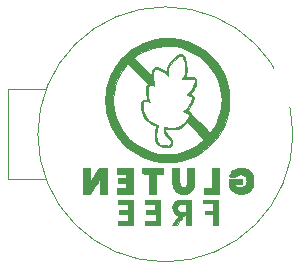
<source format=gbo>
G04 #@! TF.GenerationSoftware,KiCad,Pcbnew,5.1.6*
G04 #@! TF.CreationDate,2021-12-18T09:42:17+01:00*
G04 #@! TF.ProjectId,co2_blep,636f325f-626c-4657-902e-6b696361645f,rev?*
G04 #@! TF.SameCoordinates,Original*
G04 #@! TF.FileFunction,Legend,Bot*
G04 #@! TF.FilePolarity,Positive*
%FSLAX46Y46*%
G04 Gerber Fmt 4.6, Leading zero omitted, Abs format (unit mm)*
G04 Created by KiCad (PCBNEW 5.1.6) date 2021-12-18 09:42:17*
%MOMM*%
%LPD*%
G01*
G04 APERTURE LIST*
%ADD10C,0.010000*%
%ADD11C,0.120000*%
%ADD12C,0.900000*%
%ADD13O,1.700000X1.700000*%
%ADD14C,1.700000*%
%ADD15O,1.800000X1.800000*%
%ADD16R,1.800000X1.800000*%
%ADD17R,1.400000X1.400000*%
%ADD18C,1.400000*%
%ADD19C,3.600000*%
%ADD20C,1.801800*%
%ADD21R,1.801800X1.624000*%
%ADD22R,1.801800X1.801800*%
%ADD23O,1.500000X1.500000*%
%ADD24C,1.500000*%
G04 APERTURE END LIST*
D10*
G36*
X125723444Y-139202778D02*
G01*
X126612419Y-139202778D01*
X126612432Y-139506166D01*
X126612444Y-139809555D01*
X125878666Y-139809555D01*
X125878666Y-140120000D01*
X126612444Y-140120000D01*
X126612444Y-141051333D01*
X127035777Y-141051333D01*
X127035777Y-138878222D01*
X125706516Y-138878222D01*
X125723444Y-139202778D01*
G37*
X125723444Y-139202778D02*
X126612419Y-139202778D01*
X126612432Y-139506166D01*
X126612444Y-139809555D01*
X125878666Y-139809555D01*
X125878666Y-140120000D01*
X126612444Y-140120000D01*
X126612444Y-141051333D01*
X127035777Y-141051333D01*
X127035777Y-138878222D01*
X125706516Y-138878222D01*
X125723444Y-139202778D01*
G36*
X124192389Y-138879461D02*
G01*
X123982816Y-138881427D01*
X123820008Y-138887363D01*
X123694327Y-138899078D01*
X123596137Y-138918380D01*
X123515798Y-138947077D01*
X123443672Y-138986978D01*
X123380682Y-139031773D01*
X123266962Y-139152873D01*
X123188001Y-139312228D01*
X123148518Y-139500306D01*
X123148477Y-139500749D01*
X123144720Y-139611529D01*
X123160813Y-139704584D01*
X123202404Y-139811329D01*
X123205595Y-139818335D01*
X123286949Y-139949574D01*
X123395954Y-140061206D01*
X123517671Y-140139982D01*
X123599722Y-140167948D01*
X123655800Y-140182102D01*
X123677333Y-140192897D01*
X123670750Y-140206333D01*
X123649329Y-140242595D01*
X123610560Y-140305702D01*
X123551933Y-140399672D01*
X123470940Y-140528524D01*
X123365070Y-140696278D01*
X123231814Y-140906952D01*
X123206647Y-140946707D01*
X123138879Y-141053748D01*
X123357347Y-141045485D01*
X123575816Y-141037222D01*
X123832455Y-140628000D01*
X123926272Y-140479112D01*
X123996268Y-140371353D01*
X124048359Y-140297874D01*
X124088463Y-140251828D01*
X124122496Y-140226369D01*
X124156376Y-140214650D01*
X124193658Y-140210018D01*
X124298222Y-140201259D01*
X124298222Y-141051333D01*
X124693333Y-141051333D01*
X124693333Y-139894222D01*
X124298222Y-139894222D01*
X124037166Y-139894116D01*
X123899915Y-139891452D01*
X123804090Y-139882037D01*
X123734847Y-139863543D01*
X123685920Y-139839018D01*
X123607268Y-139759284D01*
X123568938Y-139642484D01*
X123572030Y-139492143D01*
X123573912Y-139479922D01*
X123606037Y-139377174D01*
X123668193Y-139302567D01*
X123766421Y-139253046D01*
X123906760Y-139225558D01*
X124093611Y-139217046D01*
X124298222Y-139216889D01*
X124298222Y-139894222D01*
X124693333Y-139894222D01*
X124693333Y-138878222D01*
X124192389Y-138879461D01*
G37*
X124192389Y-138879461D02*
X123982816Y-138881427D01*
X123820008Y-138887363D01*
X123694327Y-138899078D01*
X123596137Y-138918380D01*
X123515798Y-138947077D01*
X123443672Y-138986978D01*
X123380682Y-139031773D01*
X123266962Y-139152873D01*
X123188001Y-139312228D01*
X123148518Y-139500306D01*
X123148477Y-139500749D01*
X123144720Y-139611529D01*
X123160813Y-139704584D01*
X123202404Y-139811329D01*
X123205595Y-139818335D01*
X123286949Y-139949574D01*
X123395954Y-140061206D01*
X123517671Y-140139982D01*
X123599722Y-140167948D01*
X123655800Y-140182102D01*
X123677333Y-140192897D01*
X123670750Y-140206333D01*
X123649329Y-140242595D01*
X123610560Y-140305702D01*
X123551933Y-140399672D01*
X123470940Y-140528524D01*
X123365070Y-140696278D01*
X123231814Y-140906952D01*
X123206647Y-140946707D01*
X123138879Y-141053748D01*
X123357347Y-141045485D01*
X123575816Y-141037222D01*
X123832455Y-140628000D01*
X123926272Y-140479112D01*
X123996268Y-140371353D01*
X124048359Y-140297874D01*
X124088463Y-140251828D01*
X124122496Y-140226369D01*
X124156376Y-140214650D01*
X124193658Y-140210018D01*
X124298222Y-140201259D01*
X124298222Y-141051333D01*
X124693333Y-141051333D01*
X124693333Y-139894222D01*
X124298222Y-139894222D01*
X124037166Y-139894116D01*
X123899915Y-139891452D01*
X123804090Y-139882037D01*
X123734847Y-139863543D01*
X123685920Y-139839018D01*
X123607268Y-139759284D01*
X123568938Y-139642484D01*
X123572030Y-139492143D01*
X123573912Y-139479922D01*
X123606037Y-139377174D01*
X123668193Y-139302567D01*
X123766421Y-139253046D01*
X123906760Y-139225558D01*
X124093611Y-139217046D01*
X124298222Y-139216889D01*
X124298222Y-139894222D01*
X124693333Y-139894222D01*
X124693333Y-138878222D01*
X124192389Y-138879461D01*
G36*
X120855111Y-139220607D02*
G01*
X121285500Y-139214184D01*
X121715889Y-139207760D01*
X121715889Y-139793511D01*
X121327833Y-139785071D01*
X120939777Y-139776632D01*
X120939777Y-140120000D01*
X121730000Y-140120000D01*
X121730000Y-140712666D01*
X120855111Y-140712666D01*
X120855111Y-141051333D01*
X122125111Y-141051333D01*
X122125111Y-138878222D01*
X120855111Y-138878222D01*
X120855111Y-139220607D01*
G37*
X120855111Y-139220607D02*
X121285500Y-139214184D01*
X121715889Y-139207760D01*
X121715889Y-139793511D01*
X121327833Y-139785071D01*
X120939777Y-139776632D01*
X120939777Y-140120000D01*
X121730000Y-140120000D01*
X121730000Y-140712666D01*
X120855111Y-140712666D01*
X120855111Y-141051333D01*
X122125111Y-141051333D01*
X122125111Y-138878222D01*
X120855111Y-138878222D01*
X120855111Y-139220607D01*
G36*
X118540889Y-139216889D02*
G01*
X119417752Y-139216889D01*
X119409709Y-139502557D01*
X119401666Y-139788226D01*
X119013611Y-139787166D01*
X118625555Y-139786107D01*
X118625555Y-140120000D01*
X119415777Y-140120000D01*
X119415777Y-140712666D01*
X118540889Y-140712666D01*
X118540889Y-141051333D01*
X119810889Y-141051333D01*
X119810889Y-138878222D01*
X118540889Y-138878222D01*
X118540889Y-139216889D01*
G37*
X118540889Y-139216889D02*
X119417752Y-139216889D01*
X119409709Y-139502557D01*
X119401666Y-139788226D01*
X119013611Y-139787166D01*
X118625555Y-139786107D01*
X118625555Y-140120000D01*
X119415777Y-140120000D01*
X119415777Y-140712666D01*
X118540889Y-140712666D01*
X118540889Y-141051333D01*
X119810889Y-141051333D01*
X119810889Y-138878222D01*
X118540889Y-138878222D01*
X118540889Y-139216889D01*
G36*
X124411111Y-136839353D02*
G01*
X124409918Y-137030078D01*
X124406579Y-137206983D01*
X124401450Y-137360490D01*
X124394889Y-137481021D01*
X124387253Y-137558997D01*
X124383563Y-137577650D01*
X124330905Y-137698288D01*
X124251733Y-137771578D01*
X124138408Y-137803364D01*
X124085442Y-137805778D01*
X123944455Y-137786618D01*
X123842619Y-137727824D01*
X123777042Y-137627420D01*
X123763129Y-137585772D01*
X123754674Y-137527467D01*
X123747173Y-137422456D01*
X123741009Y-137280472D01*
X123736560Y-137111250D01*
X123734208Y-136924525D01*
X123733935Y-136839166D01*
X123733777Y-136197111D01*
X123137793Y-136197111D01*
X123146508Y-136966166D01*
X123149391Y-137197050D01*
X123152570Y-137378856D01*
X123156605Y-137518952D01*
X123162054Y-137624705D01*
X123169477Y-137703481D01*
X123179432Y-137762648D01*
X123192480Y-137809572D01*
X123209180Y-137851620D01*
X123214648Y-137863656D01*
X123328758Y-138046161D01*
X123482033Y-138192569D01*
X123667846Y-138299782D01*
X123879569Y-138364704D01*
X124110577Y-138384240D01*
X124292486Y-138367246D01*
X124500614Y-138305639D01*
X124677935Y-138198027D01*
X124820604Y-138047991D01*
X124924779Y-137859113D01*
X124963852Y-137741564D01*
X124977915Y-137668143D01*
X124988620Y-137563049D01*
X124996229Y-137420649D01*
X125001008Y-137235312D01*
X125003219Y-137001405D01*
X125003443Y-136895611D01*
X125003777Y-136197111D01*
X124411111Y-136197111D01*
X124411111Y-136839353D01*
G37*
X124411111Y-136839353D02*
X124409918Y-137030078D01*
X124406579Y-137206983D01*
X124401450Y-137360490D01*
X124394889Y-137481021D01*
X124387253Y-137558997D01*
X124383563Y-137577650D01*
X124330905Y-137698288D01*
X124251733Y-137771578D01*
X124138408Y-137803364D01*
X124085442Y-137805778D01*
X123944455Y-137786618D01*
X123842619Y-137727824D01*
X123777042Y-137627420D01*
X123763129Y-137585772D01*
X123754674Y-137527467D01*
X123747173Y-137422456D01*
X123741009Y-137280472D01*
X123736560Y-137111250D01*
X123734208Y-136924525D01*
X123733935Y-136839166D01*
X123733777Y-136197111D01*
X123137793Y-136197111D01*
X123146508Y-136966166D01*
X123149391Y-137197050D01*
X123152570Y-137378856D01*
X123156605Y-137518952D01*
X123162054Y-137624705D01*
X123169477Y-137703481D01*
X123179432Y-137762648D01*
X123192480Y-137809572D01*
X123209180Y-137851620D01*
X123214648Y-137863656D01*
X123328758Y-138046161D01*
X123482033Y-138192569D01*
X123667846Y-138299782D01*
X123879569Y-138364704D01*
X124110577Y-138384240D01*
X124292486Y-138367246D01*
X124500614Y-138305639D01*
X124677935Y-138198027D01*
X124820604Y-138047991D01*
X124924779Y-137859113D01*
X124963852Y-137741564D01*
X124977915Y-137668143D01*
X124988620Y-137563049D01*
X124996229Y-137420649D01*
X125001008Y-137235312D01*
X125003219Y-137001405D01*
X125003443Y-136895611D01*
X125003777Y-136197111D01*
X124411111Y-136197111D01*
X124411111Y-136839353D01*
G36*
X128741750Y-136191905D02*
G01*
X128505969Y-136250985D01*
X128308341Y-136349846D01*
X128145207Y-136490358D01*
X128135589Y-136501114D01*
X128072880Y-136585375D01*
X128016905Y-136683098D01*
X127974326Y-136779323D01*
X127951807Y-136859091D01*
X127955178Y-136906190D01*
X127988090Y-136916480D01*
X128064818Y-136924670D01*
X128172746Y-136929741D01*
X128260736Y-136930889D01*
X128394473Y-136929731D01*
X128483970Y-136924857D01*
X128541410Y-136914165D01*
X128578974Y-136895555D01*
X128604726Y-136871555D01*
X128719571Y-136783308D01*
X128855368Y-136738731D01*
X128999249Y-136736297D01*
X129138349Y-136774485D01*
X129259801Y-136851769D01*
X129346804Y-136959459D01*
X129404313Y-137107813D01*
X129426177Y-137272614D01*
X129413202Y-137437001D01*
X129366192Y-137584112D01*
X129312990Y-137668353D01*
X129201007Y-137762748D01*
X129061337Y-137820968D01*
X128907848Y-137842774D01*
X128754411Y-137827929D01*
X128614892Y-137776194D01*
X128503161Y-137687331D01*
X128498907Y-137682334D01*
X128458646Y-137627782D01*
X128449390Y-137590783D01*
X128476909Y-137568031D01*
X128546970Y-137556221D01*
X128665344Y-137552048D01*
X128726795Y-137551778D01*
X129006701Y-137551778D01*
X129016073Y-137351750D01*
X129019153Y-137251681D01*
X129018457Y-137176247D01*
X129014155Y-137140720D01*
X129013685Y-137140084D01*
X128983130Y-137136481D01*
X128904972Y-137133331D01*
X128788055Y-137130820D01*
X128641218Y-137129131D01*
X128473305Y-137128450D01*
X128456296Y-137128444D01*
X127910666Y-137128444D01*
X127910666Y-137429362D01*
X127911538Y-137565020D01*
X127916152Y-137659168D01*
X127927504Y-137726732D01*
X127948591Y-137782642D01*
X127982408Y-137841825D01*
X127998557Y-137867246D01*
X128131837Y-138034892D01*
X128297819Y-138182437D01*
X128469005Y-138288216D01*
X128597337Y-138330879D01*
X128761204Y-138357501D01*
X128941861Y-138367509D01*
X129120559Y-138360329D01*
X129278552Y-138335389D01*
X129346715Y-138315058D01*
X129446048Y-138274834D01*
X129534704Y-138233102D01*
X129572492Y-138211905D01*
X129690096Y-138116648D01*
X129806585Y-137987436D01*
X129904871Y-137844454D01*
X129940238Y-137777555D01*
X129971934Y-137704821D01*
X129992913Y-137637541D01*
X130005337Y-137561078D01*
X130011371Y-137460793D01*
X130013177Y-137322048D01*
X130013222Y-137283666D01*
X130012207Y-137135532D01*
X130007568Y-137028677D01*
X129996911Y-136947952D01*
X129977844Y-136878207D01*
X129947975Y-136804290D01*
X129931955Y-136769054D01*
X129809704Y-136567922D01*
X129649341Y-136405435D01*
X129456166Y-136284162D01*
X129235477Y-136206674D01*
X128992574Y-136175541D01*
X128741750Y-136191905D01*
G37*
X128741750Y-136191905D02*
X128505969Y-136250985D01*
X128308341Y-136349846D01*
X128145207Y-136490358D01*
X128135589Y-136501114D01*
X128072880Y-136585375D01*
X128016905Y-136683098D01*
X127974326Y-136779323D01*
X127951807Y-136859091D01*
X127955178Y-136906190D01*
X127988090Y-136916480D01*
X128064818Y-136924670D01*
X128172746Y-136929741D01*
X128260736Y-136930889D01*
X128394473Y-136929731D01*
X128483970Y-136924857D01*
X128541410Y-136914165D01*
X128578974Y-136895555D01*
X128604726Y-136871555D01*
X128719571Y-136783308D01*
X128855368Y-136738731D01*
X128999249Y-136736297D01*
X129138349Y-136774485D01*
X129259801Y-136851769D01*
X129346804Y-136959459D01*
X129404313Y-137107813D01*
X129426177Y-137272614D01*
X129413202Y-137437001D01*
X129366192Y-137584112D01*
X129312990Y-137668353D01*
X129201007Y-137762748D01*
X129061337Y-137820968D01*
X128907848Y-137842774D01*
X128754411Y-137827929D01*
X128614892Y-137776194D01*
X128503161Y-137687331D01*
X128498907Y-137682334D01*
X128458646Y-137627782D01*
X128449390Y-137590783D01*
X128476909Y-137568031D01*
X128546970Y-137556221D01*
X128665344Y-137552048D01*
X128726795Y-137551778D01*
X129006701Y-137551778D01*
X129016073Y-137351750D01*
X129019153Y-137251681D01*
X129018457Y-137176247D01*
X129014155Y-137140720D01*
X129013685Y-137140084D01*
X128983130Y-137136481D01*
X128904972Y-137133331D01*
X128788055Y-137130820D01*
X128641218Y-137129131D01*
X128473305Y-137128450D01*
X128456296Y-137128444D01*
X127910666Y-137128444D01*
X127910666Y-137429362D01*
X127911538Y-137565020D01*
X127916152Y-137659168D01*
X127927504Y-137726732D01*
X127948591Y-137782642D01*
X127982408Y-137841825D01*
X127998557Y-137867246D01*
X128131837Y-138034892D01*
X128297819Y-138182437D01*
X128469005Y-138288216D01*
X128597337Y-138330879D01*
X128761204Y-138357501D01*
X128941861Y-138367509D01*
X129120559Y-138360329D01*
X129278552Y-138335389D01*
X129346715Y-138315058D01*
X129446048Y-138274834D01*
X129534704Y-138233102D01*
X129572492Y-138211905D01*
X129690096Y-138116648D01*
X129806585Y-137987436D01*
X129904871Y-137844454D01*
X129940238Y-137777555D01*
X129971934Y-137704821D01*
X129992913Y-137637541D01*
X130005337Y-137561078D01*
X130011371Y-137460793D01*
X130013177Y-137322048D01*
X130013222Y-137283666D01*
X130012207Y-137135532D01*
X130007568Y-137028677D01*
X129996911Y-136947952D01*
X129977844Y-136878207D01*
X129947975Y-136804290D01*
X129931955Y-136769054D01*
X129809704Y-136567922D01*
X129649341Y-136405435D01*
X129456166Y-136284162D01*
X129235477Y-136206674D01*
X128992574Y-136175541D01*
X128741750Y-136191905D01*
G36*
X126471333Y-137918666D02*
G01*
X125794000Y-137918666D01*
X125794000Y-138370222D01*
X127064000Y-138370222D01*
X127064000Y-136197111D01*
X126471333Y-136197111D01*
X126471333Y-137918666D01*
G37*
X126471333Y-137918666D02*
X125794000Y-137918666D01*
X125794000Y-138370222D01*
X127064000Y-138370222D01*
X127064000Y-136197111D01*
X126471333Y-136197111D01*
X126471333Y-137918666D01*
G36*
X120607025Y-136429944D02*
G01*
X120615222Y-136662778D01*
X120904500Y-136670820D01*
X121193777Y-136678863D01*
X121193777Y-138370222D01*
X121786444Y-138370222D01*
X121786444Y-136676889D01*
X122379111Y-136676889D01*
X122379111Y-136197111D01*
X120598828Y-136197111D01*
X120607025Y-136429944D01*
G37*
X120607025Y-136429944D02*
X120615222Y-136662778D01*
X120904500Y-136670820D01*
X121193777Y-136678863D01*
X121193777Y-138370222D01*
X121786444Y-138370222D01*
X121786444Y-136676889D01*
X122379111Y-136676889D01*
X122379111Y-136197111D01*
X120598828Y-136197111D01*
X120607025Y-136429944D01*
G36*
X118428000Y-136676889D02*
G01*
X119218222Y-136676889D01*
X119218222Y-137043778D01*
X118510292Y-137043778D01*
X118518535Y-137262500D01*
X118526777Y-137481222D01*
X118872500Y-137489146D01*
X119218222Y-137497070D01*
X119218222Y-137890444D01*
X118428000Y-137890444D01*
X118428000Y-138370222D01*
X119839111Y-138370222D01*
X119839111Y-136197111D01*
X118428000Y-136197111D01*
X118428000Y-136676889D01*
G37*
X118428000Y-136676889D02*
X119218222Y-136676889D01*
X119218222Y-137043778D01*
X118510292Y-137043778D01*
X118518535Y-137262500D01*
X118526777Y-137481222D01*
X118872500Y-137489146D01*
X119218222Y-137497070D01*
X119218222Y-137890444D01*
X118428000Y-137890444D01*
X118428000Y-138370222D01*
X119839111Y-138370222D01*
X119839111Y-136197111D01*
X118428000Y-136197111D01*
X118428000Y-136676889D01*
G36*
X115577555Y-138370222D02*
G01*
X116165339Y-138370222D01*
X116245392Y-138258810D01*
X116285575Y-138200511D01*
X116350054Y-138104161D01*
X116432604Y-137979189D01*
X116527000Y-137835022D01*
X116627015Y-137681090D01*
X116635889Y-137667374D01*
X116730892Y-137521961D01*
X116816245Y-137394128D01*
X116887042Y-137290996D01*
X116938378Y-137219683D01*
X116965347Y-137187308D01*
X116967500Y-137186120D01*
X116973785Y-137212589D01*
X116979327Y-137287280D01*
X116983834Y-137401969D01*
X116987010Y-137548434D01*
X116988561Y-137718455D01*
X116988666Y-137777555D01*
X116988666Y-138370222D01*
X117581333Y-138370222D01*
X117581333Y-136197111D01*
X116974555Y-136197533D01*
X116184333Y-137420053D01*
X116169121Y-136197111D01*
X115577555Y-136197111D01*
X115577555Y-138370222D01*
G37*
X115577555Y-138370222D02*
X116165339Y-138370222D01*
X116245392Y-138258810D01*
X116285575Y-138200511D01*
X116350054Y-138104161D01*
X116432604Y-137979189D01*
X116527000Y-137835022D01*
X116627015Y-137681090D01*
X116635889Y-137667374D01*
X116730892Y-137521961D01*
X116816245Y-137394128D01*
X116887042Y-137290996D01*
X116938378Y-137219683D01*
X116965347Y-137187308D01*
X116967500Y-137186120D01*
X116973785Y-137212589D01*
X116979327Y-137287280D01*
X116983834Y-137401969D01*
X116987010Y-137548434D01*
X116988561Y-137718455D01*
X116988666Y-137777555D01*
X116988666Y-138370222D01*
X117581333Y-138370222D01*
X117581333Y-136197111D01*
X116974555Y-136197533D01*
X116184333Y-137420053D01*
X116169121Y-136197111D01*
X115577555Y-136197111D01*
X115577555Y-138370222D01*
G36*
X122494659Y-125214949D02*
G01*
X122317085Y-125217278D01*
X122174164Y-125222039D01*
X122055005Y-125229955D01*
X121948715Y-125241744D01*
X121844403Y-125258129D01*
X121732823Y-125279495D01*
X121196731Y-125415700D01*
X120683690Y-125601813D01*
X120196681Y-125836216D01*
X119738688Y-126117288D01*
X119312693Y-126443411D01*
X118935471Y-126798554D01*
X118816899Y-126925541D01*
X118703531Y-127053447D01*
X118601745Y-127174393D01*
X118517922Y-127280500D01*
X118458441Y-127363888D01*
X118429683Y-127416677D01*
X118428000Y-127425282D01*
X118407698Y-127460548D01*
X118403232Y-127462703D01*
X118369520Y-127494873D01*
X118316144Y-127568614D01*
X118248517Y-127674932D01*
X118172053Y-127804830D01*
X118092165Y-127949313D01*
X118014266Y-128099386D01*
X117987595Y-128153372D01*
X117836330Y-128499861D01*
X117702128Y-128877711D01*
X117593168Y-129262539D01*
X117547717Y-129464601D01*
X117526095Y-129577632D01*
X117509778Y-129681897D01*
X117498045Y-129788288D01*
X117490178Y-129907698D01*
X117485454Y-130051016D01*
X117483153Y-130229135D01*
X117482555Y-130449555D01*
X117483171Y-130672673D01*
X117485500Y-130850247D01*
X117490262Y-130993168D01*
X117498177Y-131112328D01*
X117509967Y-131218618D01*
X117526351Y-131322929D01*
X117547717Y-131434509D01*
X117683824Y-131969742D01*
X117868909Y-132479673D01*
X118100515Y-132961841D01*
X118376186Y-133413781D01*
X118693466Y-133833031D01*
X119049899Y-134217127D01*
X119443028Y-134563605D01*
X119870397Y-134870003D01*
X120329550Y-135133856D01*
X120818030Y-135352702D01*
X121333381Y-135524076D01*
X121717433Y-135616232D01*
X121840851Y-135639130D01*
X121962074Y-135656330D01*
X122093135Y-135668750D01*
X122246062Y-135677309D01*
X122432888Y-135682925D01*
X122633111Y-135686141D01*
X122817852Y-135687753D01*
X122988044Y-135688098D01*
X123133955Y-135687248D01*
X123245851Y-135685272D01*
X123313999Y-135682242D01*
X123324555Y-135681124D01*
X123886906Y-135574959D01*
X124415300Y-135424418D01*
X124911981Y-135228434D01*
X125379192Y-134985938D01*
X125819177Y-134695863D01*
X126234177Y-134357140D01*
X126368779Y-134231862D01*
X126736756Y-133839501D01*
X126765983Y-133801019D01*
X125857172Y-133801019D01*
X125593196Y-134005033D01*
X125150191Y-134312002D01*
X124679188Y-134570495D01*
X124183552Y-134778966D01*
X123666646Y-134935871D01*
X123469322Y-134980828D01*
X123108976Y-135034049D01*
X122725440Y-135051649D01*
X122339300Y-135033637D01*
X121971787Y-134980154D01*
X121457459Y-134847839D01*
X120959992Y-134663566D01*
X120485145Y-134429964D01*
X120038674Y-134149662D01*
X119852778Y-134012273D01*
X119511534Y-133712865D01*
X119199054Y-133368606D01*
X118918539Y-132984969D01*
X118673192Y-132567427D01*
X118466214Y-132121452D01*
X118300806Y-131652518D01*
X118180171Y-131166099D01*
X118176374Y-131146623D01*
X118121836Y-130718645D01*
X118119211Y-130277260D01*
X118167106Y-129827624D01*
X118264127Y-129374891D01*
X118408884Y-128924218D01*
X118599984Y-128480760D01*
X118836034Y-128049674D01*
X119115641Y-127636114D01*
X119129447Y-127617703D01*
X119339222Y-127339225D01*
X120199404Y-128199408D01*
X121059587Y-129059591D01*
X120996530Y-129144880D01*
X120974310Y-129177229D01*
X120958297Y-129211039D01*
X120947745Y-129255225D01*
X120941910Y-129318698D01*
X120940045Y-129410372D01*
X120941405Y-129539159D01*
X120945245Y-129713972D01*
X120946072Y-129748140D01*
X120952041Y-129925938D01*
X120960504Y-130084791D01*
X120970713Y-130214774D01*
X120981922Y-130305962D01*
X120990859Y-130343722D01*
X121023047Y-130421333D01*
X120843225Y-130421333D01*
X120743030Y-130423432D01*
X120679141Y-130434864D01*
X120631446Y-130463334D01*
X120579829Y-130516546D01*
X120572284Y-130525112D01*
X120481165Y-130628890D01*
X120500296Y-130955500D01*
X120525199Y-131238279D01*
X120566235Y-131475952D01*
X120627137Y-131678478D01*
X120711635Y-131855815D01*
X120823461Y-132017923D01*
X120951644Y-132160125D01*
X121157127Y-132339089D01*
X121379414Y-132475450D01*
X121636174Y-132580006D01*
X121641396Y-132581721D01*
X121728036Y-132614195D01*
X121768575Y-132642318D01*
X121772262Y-132672797D01*
X121771129Y-132675819D01*
X121741498Y-132772302D01*
X121711895Y-132908313D01*
X121684931Y-133066997D01*
X121663218Y-133231498D01*
X121649368Y-133384959D01*
X121645704Y-133485377D01*
X121652358Y-133681510D01*
X121675995Y-133835969D01*
X121721162Y-133962139D01*
X121792408Y-134073405D01*
X121877173Y-134166561D01*
X121975239Y-134257097D01*
X122064457Y-134321074D01*
X122158142Y-134362954D01*
X122269611Y-134387199D01*
X122412179Y-134398273D01*
X122575679Y-134400666D01*
X122915170Y-134400666D01*
X123028141Y-134298605D01*
X123088958Y-134240695D01*
X123122767Y-134192592D01*
X123137488Y-134134146D01*
X123141039Y-134045205D01*
X123141111Y-134011163D01*
X123141111Y-133825783D01*
X122905072Y-133584058D01*
X122761329Y-133428708D01*
X122657581Y-133295644D01*
X122587539Y-133174844D01*
X122544913Y-133056289D01*
X122530767Y-132987725D01*
X122520716Y-132913608D01*
X122526624Y-132882352D01*
X122554708Y-132881220D01*
X122579408Y-132888090D01*
X122632097Y-132896763D01*
X122728425Y-132906191D01*
X122855618Y-132915346D01*
X123000898Y-132923198D01*
X123031749Y-132924553D01*
X123195015Y-132930347D01*
X123316549Y-132931072D01*
X123410924Y-132925623D01*
X123492712Y-132912896D01*
X123576487Y-132891788D01*
X123615071Y-132880370D01*
X123819085Y-132795585D01*
X123950210Y-132707665D01*
X124048395Y-132627462D01*
X124162287Y-132535406D01*
X124244028Y-132469941D01*
X124401501Y-132344540D01*
X125129336Y-133072780D01*
X125857172Y-133801019D01*
X126765983Y-133801019D01*
X127061243Y-133412270D01*
X127340620Y-132953152D01*
X127573267Y-132465128D01*
X127757565Y-131951182D01*
X127887838Y-131434509D01*
X127909460Y-131321479D01*
X127925777Y-131217214D01*
X127937510Y-131110822D01*
X127945377Y-130991413D01*
X127950101Y-130848094D01*
X127952402Y-130669975D01*
X127953000Y-130449555D01*
X127952909Y-130416247D01*
X127320781Y-130416247D01*
X127302295Y-130853732D01*
X127259181Y-131146623D01*
X127167860Y-131530242D01*
X127043006Y-131919147D01*
X126890416Y-132299478D01*
X126715885Y-132657376D01*
X126525210Y-132978983D01*
X126443007Y-133098109D01*
X126355359Y-133219104D01*
X125535302Y-132420537D01*
X125356148Y-132245186D01*
X125189406Y-132080272D01*
X125039515Y-131930312D01*
X124910917Y-131799825D01*
X124808050Y-131693331D01*
X124735355Y-131615347D01*
X124697271Y-131570392D01*
X124692896Y-131563183D01*
X124660621Y-131513067D01*
X124603436Y-131449539D01*
X124536842Y-131387214D01*
X124476340Y-131340705D01*
X124439652Y-131324444D01*
X124444061Y-131303381D01*
X124476427Y-131246493D01*
X124531002Y-131163231D01*
X124581284Y-131091611D01*
X124720248Y-130890192D01*
X124822752Y-130721031D01*
X124892362Y-130576587D01*
X124932641Y-130449317D01*
X124947153Y-130331677D01*
X124947333Y-130316909D01*
X124944186Y-130218550D01*
X124929478Y-130154709D01*
X124895311Y-130103579D01*
X124855611Y-130063697D01*
X124787453Y-130003980D01*
X124728081Y-129959375D01*
X124714173Y-129951023D01*
X124691918Y-129932796D01*
X124693512Y-129905448D01*
X124723653Y-129858442D01*
X124787038Y-129781237D01*
X124792928Y-129774329D01*
X124863777Y-129679498D01*
X124943729Y-129554219D01*
X125019502Y-129419863D01*
X125047254Y-129365110D01*
X125106007Y-129240512D01*
X125143056Y-129147446D01*
X125163309Y-129067668D01*
X125171676Y-128982934D01*
X125173111Y-128897375D01*
X125172230Y-128840999D01*
X125057549Y-128840999D01*
X125052607Y-128917833D01*
X125011805Y-129119739D01*
X124923427Y-129333247D01*
X124792371Y-129549170D01*
X124623536Y-129758317D01*
X124579926Y-129804444D01*
X124482848Y-129904070D01*
X124424000Y-129970146D01*
X124403848Y-130011073D01*
X124422855Y-130035248D01*
X124481486Y-130051072D01*
X124580203Y-130066942D01*
X124594555Y-130069215D01*
X124718825Y-130105637D01*
X124797289Y-130169034D01*
X124830276Y-130261144D01*
X124818113Y-130383703D01*
X124761128Y-130538448D01*
X124704177Y-130649969D01*
X124581834Y-130854777D01*
X124459768Y-131021412D01*
X124324699Y-131166493D01*
X124209569Y-131268915D01*
X124050361Y-131401563D01*
X124223680Y-131449535D01*
X124383502Y-131510280D01*
X124490811Y-131589306D01*
X124545106Y-131686163D01*
X124552222Y-131742839D01*
X124530951Y-131832764D01*
X124472092Y-131948017D01*
X124383078Y-132079876D01*
X124271340Y-132219622D01*
X124144310Y-132358534D01*
X124009421Y-132487892D01*
X123874103Y-132598976D01*
X123755619Y-132677539D01*
X123577008Y-132752663D01*
X123361996Y-132799104D01*
X123123255Y-132816067D01*
X122873456Y-132802758D01*
X122625272Y-132758385D01*
X122593817Y-132750301D01*
X122503529Y-132729540D01*
X122436525Y-132720289D01*
X122410372Y-132723284D01*
X122402110Y-132758508D01*
X122397571Y-132833175D01*
X122397579Y-132920152D01*
X122411926Y-133068160D01*
X122451095Y-133202641D01*
X122520800Y-133334254D01*
X122626759Y-133473653D01*
X122774687Y-133631496D01*
X122784253Y-133641023D01*
X122887564Y-133744924D01*
X122956793Y-133819742D01*
X122998694Y-133875358D01*
X123020023Y-133921654D01*
X123027534Y-133968511D01*
X123028222Y-133997932D01*
X123020669Y-134077626D01*
X122989745Y-134138407D01*
X122925004Y-134203224D01*
X122821785Y-134293851D01*
X122536948Y-134282231D01*
X122383891Y-134272823D01*
X122272498Y-134257439D01*
X122188090Y-134233458D01*
X122139222Y-134211223D01*
X122006382Y-134127375D01*
X121909202Y-134029779D01*
X121843292Y-133909266D01*
X121804268Y-133756666D01*
X121787740Y-133562809D01*
X121786444Y-133473858D01*
X121797385Y-133256911D01*
X121827670Y-133027150D01*
X121873498Y-132806253D01*
X121931063Y-132615898D01*
X121941946Y-132587627D01*
X121942564Y-132540520D01*
X121923428Y-132527114D01*
X121684854Y-132451045D01*
X121491797Y-132376775D01*
X121333785Y-132298960D01*
X121200343Y-132212254D01*
X121081000Y-132111313D01*
X121050538Y-132081628D01*
X120905543Y-131914212D01*
X120795479Y-131732921D01*
X120716716Y-131528185D01*
X120665626Y-131290432D01*
X120638580Y-131010089D01*
X120637693Y-130992744D01*
X120631310Y-130844950D01*
X120629842Y-130742592D01*
X120634209Y-130674802D01*
X120645330Y-130630714D01*
X120664127Y-130599459D01*
X120671747Y-130590577D01*
X120748266Y-130546750D01*
X120866451Y-130534730D01*
X121021124Y-130554837D01*
X121069472Y-130566067D01*
X121147722Y-130581968D01*
X121200702Y-130585682D01*
X121211328Y-130582523D01*
X121209806Y-130550171D01*
X121188865Y-130484697D01*
X121170231Y-130439442D01*
X121113851Y-130267913D01*
X121075430Y-130054476D01*
X121056591Y-129811253D01*
X121057050Y-129593738D01*
X121063287Y-129457383D01*
X121071779Y-129364713D01*
X121085242Y-129302973D01*
X121106390Y-129259406D01*
X121135852Y-129223466D01*
X121216714Y-129167286D01*
X121318830Y-129153319D01*
X121449826Y-129181021D01*
X121496852Y-129197741D01*
X121571394Y-129222886D01*
X121621031Y-129233426D01*
X121630601Y-129231917D01*
X121629263Y-129200573D01*
X121612019Y-129134818D01*
X121598424Y-129093787D01*
X121554970Y-128922931D01*
X121528578Y-128713044D01*
X121520387Y-128479249D01*
X121531533Y-128236667D01*
X121532849Y-128222079D01*
X121547931Y-128080819D01*
X121564079Y-127983806D01*
X121584301Y-127918874D01*
X121611603Y-127873858D01*
X121621786Y-127862245D01*
X121711430Y-127806196D01*
X121829832Y-127793388D01*
X121971934Y-127821869D01*
X122132675Y-127889691D01*
X122306995Y-127994901D01*
X122489835Y-128135549D01*
X122608217Y-128242524D01*
X122766767Y-128394300D01*
X122779601Y-128082815D01*
X122786811Y-127940134D01*
X122797211Y-127836235D01*
X122814716Y-127753462D01*
X122843239Y-127674157D01*
X122886695Y-127580661D01*
X122894377Y-127565063D01*
X123024723Y-127350491D01*
X123201469Y-127135270D01*
X123415672Y-126929853D01*
X123491438Y-126867283D01*
X123586473Y-126794527D01*
X123656237Y-126751548D01*
X123717733Y-126730721D01*
X123787965Y-126724421D01*
X123810471Y-126724222D01*
X123907513Y-126730971D01*
X123972435Y-126756488D01*
X124015010Y-126793724D01*
X124076756Y-126888790D01*
X124131687Y-127030589D01*
X124177458Y-127209588D01*
X124211725Y-127416254D01*
X124232144Y-127641052D01*
X124234284Y-127685499D01*
X124237289Y-127908591D01*
X124223948Y-128090314D01*
X124191401Y-128244110D01*
X124136785Y-128383419D01*
X124057241Y-128521684D01*
X124055847Y-128523813D01*
X123958415Y-128672405D01*
X124078929Y-128650813D01*
X124153575Y-128642541D01*
X124269214Y-128635734D01*
X124410401Y-128631070D01*
X124561691Y-128629228D01*
X124570471Y-128629222D01*
X124724605Y-128630049D01*
X124832901Y-128633450D01*
X124905953Y-128640805D01*
X124954353Y-128653491D01*
X124988697Y-128672889D01*
X125004053Y-128685666D01*
X125038537Y-128723878D01*
X125055131Y-128769739D01*
X125057549Y-128840999D01*
X125172230Y-128840999D01*
X125171391Y-128787338D01*
X125162656Y-128715751D01*
X125141538Y-128664641D01*
X125102672Y-128616038D01*
X125082908Y-128595288D01*
X124992705Y-128502222D01*
X124614222Y-128502222D01*
X124461895Y-128501702D01*
X124357762Y-128499384D01*
X124293574Y-128494128D01*
X124261085Y-128484795D01*
X124252046Y-128470245D01*
X124256681Y-128452833D01*
X124294547Y-128357817D01*
X124320996Y-128272278D01*
X124338062Y-128182389D01*
X124347779Y-128074327D01*
X124352183Y-127934264D01*
X124353230Y-127796666D01*
X124343027Y-127472454D01*
X124310342Y-127198311D01*
X124254730Y-126972341D01*
X124175746Y-126792648D01*
X124089857Y-126674833D01*
X124038467Y-126624420D01*
X123989837Y-126596885D01*
X123924138Y-126585394D01*
X123823745Y-126583111D01*
X123716752Y-126586615D01*
X123641017Y-126602306D01*
X123571522Y-126637951D01*
X123511781Y-126679982D01*
X123440394Y-126738705D01*
X123343230Y-126826585D01*
X123233160Y-126931643D01*
X123125088Y-127039815D01*
X122955953Y-127226238D01*
X122830802Y-127395701D01*
X122744108Y-127558350D01*
X122690345Y-127724331D01*
X122665706Y-127883155D01*
X122647222Y-128087375D01*
X122562555Y-128016763D01*
X122385841Y-127884970D01*
X122204829Y-127778078D01*
X122030891Y-127701537D01*
X121875398Y-127660797D01*
X121808939Y-127655555D01*
X121715147Y-127660303D01*
X121649394Y-127681949D01*
X121584685Y-127731592D01*
X121554801Y-127760061D01*
X121493293Y-127830230D01*
X121453693Y-127894730D01*
X121445911Y-127922338D01*
X121436309Y-127980742D01*
X121413627Y-128069107D01*
X121393890Y-128133716D01*
X121343735Y-128287321D01*
X120614611Y-127566797D01*
X119885487Y-126846274D01*
X120151577Y-126670875D01*
X120591204Y-126412622D01*
X121060947Y-126195512D01*
X121548138Y-126024780D01*
X121971787Y-125918957D01*
X122414485Y-125857828D01*
X122867890Y-125850582D01*
X123328399Y-125896501D01*
X123792411Y-125994865D01*
X124256324Y-126144957D01*
X124716537Y-126346059D01*
X125068028Y-126536344D01*
X125476200Y-126805022D01*
X125840761Y-127106219D01*
X126166177Y-127444470D01*
X126456912Y-127824315D01*
X126667802Y-128161656D01*
X126894390Y-128604394D01*
X127074000Y-129056363D01*
X127205615Y-129512421D01*
X127288214Y-129967429D01*
X127320781Y-130416247D01*
X127952909Y-130416247D01*
X127952384Y-130226437D01*
X127950055Y-130048863D01*
X127945293Y-129905942D01*
X127937378Y-129786782D01*
X127925588Y-129680493D01*
X127909204Y-129576181D01*
X127887838Y-129464601D01*
X127751372Y-128927756D01*
X127565925Y-128416691D01*
X127333887Y-127933794D01*
X127057646Y-127481455D01*
X126739592Y-127062062D01*
X126382114Y-126678006D01*
X125987601Y-126331675D01*
X125558442Y-126025459D01*
X125097027Y-125761746D01*
X124605744Y-125542926D01*
X124086984Y-125371388D01*
X123702732Y-125279495D01*
X123589701Y-125257872D01*
X123485436Y-125241555D01*
X123379044Y-125229823D01*
X123259635Y-125221955D01*
X123116317Y-125217232D01*
X122938198Y-125214931D01*
X122717777Y-125214333D01*
X122494659Y-125214949D01*
G37*
X122494659Y-125214949D02*
X122317085Y-125217278D01*
X122174164Y-125222039D01*
X122055005Y-125229955D01*
X121948715Y-125241744D01*
X121844403Y-125258129D01*
X121732823Y-125279495D01*
X121196731Y-125415700D01*
X120683690Y-125601813D01*
X120196681Y-125836216D01*
X119738688Y-126117288D01*
X119312693Y-126443411D01*
X118935471Y-126798554D01*
X118816899Y-126925541D01*
X118703531Y-127053447D01*
X118601745Y-127174393D01*
X118517922Y-127280500D01*
X118458441Y-127363888D01*
X118429683Y-127416677D01*
X118428000Y-127425282D01*
X118407698Y-127460548D01*
X118403232Y-127462703D01*
X118369520Y-127494873D01*
X118316144Y-127568614D01*
X118248517Y-127674932D01*
X118172053Y-127804830D01*
X118092165Y-127949313D01*
X118014266Y-128099386D01*
X117987595Y-128153372D01*
X117836330Y-128499861D01*
X117702128Y-128877711D01*
X117593168Y-129262539D01*
X117547717Y-129464601D01*
X117526095Y-129577632D01*
X117509778Y-129681897D01*
X117498045Y-129788288D01*
X117490178Y-129907698D01*
X117485454Y-130051016D01*
X117483153Y-130229135D01*
X117482555Y-130449555D01*
X117483171Y-130672673D01*
X117485500Y-130850247D01*
X117490262Y-130993168D01*
X117498177Y-131112328D01*
X117509967Y-131218618D01*
X117526351Y-131322929D01*
X117547717Y-131434509D01*
X117683824Y-131969742D01*
X117868909Y-132479673D01*
X118100515Y-132961841D01*
X118376186Y-133413781D01*
X118693466Y-133833031D01*
X119049899Y-134217127D01*
X119443028Y-134563605D01*
X119870397Y-134870003D01*
X120329550Y-135133856D01*
X120818030Y-135352702D01*
X121333381Y-135524076D01*
X121717433Y-135616232D01*
X121840851Y-135639130D01*
X121962074Y-135656330D01*
X122093135Y-135668750D01*
X122246062Y-135677309D01*
X122432888Y-135682925D01*
X122633111Y-135686141D01*
X122817852Y-135687753D01*
X122988044Y-135688098D01*
X123133955Y-135687248D01*
X123245851Y-135685272D01*
X123313999Y-135682242D01*
X123324555Y-135681124D01*
X123886906Y-135574959D01*
X124415300Y-135424418D01*
X124911981Y-135228434D01*
X125379192Y-134985938D01*
X125819177Y-134695863D01*
X126234177Y-134357140D01*
X126368779Y-134231862D01*
X126736756Y-133839501D01*
X126765983Y-133801019D01*
X125857172Y-133801019D01*
X125593196Y-134005033D01*
X125150191Y-134312002D01*
X124679188Y-134570495D01*
X124183552Y-134778966D01*
X123666646Y-134935871D01*
X123469322Y-134980828D01*
X123108976Y-135034049D01*
X122725440Y-135051649D01*
X122339300Y-135033637D01*
X121971787Y-134980154D01*
X121457459Y-134847839D01*
X120959992Y-134663566D01*
X120485145Y-134429964D01*
X120038674Y-134149662D01*
X119852778Y-134012273D01*
X119511534Y-133712865D01*
X119199054Y-133368606D01*
X118918539Y-132984969D01*
X118673192Y-132567427D01*
X118466214Y-132121452D01*
X118300806Y-131652518D01*
X118180171Y-131166099D01*
X118176374Y-131146623D01*
X118121836Y-130718645D01*
X118119211Y-130277260D01*
X118167106Y-129827624D01*
X118264127Y-129374891D01*
X118408884Y-128924218D01*
X118599984Y-128480760D01*
X118836034Y-128049674D01*
X119115641Y-127636114D01*
X119129447Y-127617703D01*
X119339222Y-127339225D01*
X120199404Y-128199408D01*
X121059587Y-129059591D01*
X120996530Y-129144880D01*
X120974310Y-129177229D01*
X120958297Y-129211039D01*
X120947745Y-129255225D01*
X120941910Y-129318698D01*
X120940045Y-129410372D01*
X120941405Y-129539159D01*
X120945245Y-129713972D01*
X120946072Y-129748140D01*
X120952041Y-129925938D01*
X120960504Y-130084791D01*
X120970713Y-130214774D01*
X120981922Y-130305962D01*
X120990859Y-130343722D01*
X121023047Y-130421333D01*
X120843225Y-130421333D01*
X120743030Y-130423432D01*
X120679141Y-130434864D01*
X120631446Y-130463334D01*
X120579829Y-130516546D01*
X120572284Y-130525112D01*
X120481165Y-130628890D01*
X120500296Y-130955500D01*
X120525199Y-131238279D01*
X120566235Y-131475952D01*
X120627137Y-131678478D01*
X120711635Y-131855815D01*
X120823461Y-132017923D01*
X120951644Y-132160125D01*
X121157127Y-132339089D01*
X121379414Y-132475450D01*
X121636174Y-132580006D01*
X121641396Y-132581721D01*
X121728036Y-132614195D01*
X121768575Y-132642318D01*
X121772262Y-132672797D01*
X121771129Y-132675819D01*
X121741498Y-132772302D01*
X121711895Y-132908313D01*
X121684931Y-133066997D01*
X121663218Y-133231498D01*
X121649368Y-133384959D01*
X121645704Y-133485377D01*
X121652358Y-133681510D01*
X121675995Y-133835969D01*
X121721162Y-133962139D01*
X121792408Y-134073405D01*
X121877173Y-134166561D01*
X121975239Y-134257097D01*
X122064457Y-134321074D01*
X122158142Y-134362954D01*
X122269611Y-134387199D01*
X122412179Y-134398273D01*
X122575679Y-134400666D01*
X122915170Y-134400666D01*
X123028141Y-134298605D01*
X123088958Y-134240695D01*
X123122767Y-134192592D01*
X123137488Y-134134146D01*
X123141039Y-134045205D01*
X123141111Y-134011163D01*
X123141111Y-133825783D01*
X122905072Y-133584058D01*
X122761329Y-133428708D01*
X122657581Y-133295644D01*
X122587539Y-133174844D01*
X122544913Y-133056289D01*
X122530767Y-132987725D01*
X122520716Y-132913608D01*
X122526624Y-132882352D01*
X122554708Y-132881220D01*
X122579408Y-132888090D01*
X122632097Y-132896763D01*
X122728425Y-132906191D01*
X122855618Y-132915346D01*
X123000898Y-132923198D01*
X123031749Y-132924553D01*
X123195015Y-132930347D01*
X123316549Y-132931072D01*
X123410924Y-132925623D01*
X123492712Y-132912896D01*
X123576487Y-132891788D01*
X123615071Y-132880370D01*
X123819085Y-132795585D01*
X123950210Y-132707665D01*
X124048395Y-132627462D01*
X124162287Y-132535406D01*
X124244028Y-132469941D01*
X124401501Y-132344540D01*
X125129336Y-133072780D01*
X125857172Y-133801019D01*
X126765983Y-133801019D01*
X127061243Y-133412270D01*
X127340620Y-132953152D01*
X127573267Y-132465128D01*
X127757565Y-131951182D01*
X127887838Y-131434509D01*
X127909460Y-131321479D01*
X127925777Y-131217214D01*
X127937510Y-131110822D01*
X127945377Y-130991413D01*
X127950101Y-130848094D01*
X127952402Y-130669975D01*
X127953000Y-130449555D01*
X127952909Y-130416247D01*
X127320781Y-130416247D01*
X127302295Y-130853732D01*
X127259181Y-131146623D01*
X127167860Y-131530242D01*
X127043006Y-131919147D01*
X126890416Y-132299478D01*
X126715885Y-132657376D01*
X126525210Y-132978983D01*
X126443007Y-133098109D01*
X126355359Y-133219104D01*
X125535302Y-132420537D01*
X125356148Y-132245186D01*
X125189406Y-132080272D01*
X125039515Y-131930312D01*
X124910917Y-131799825D01*
X124808050Y-131693331D01*
X124735355Y-131615347D01*
X124697271Y-131570392D01*
X124692896Y-131563183D01*
X124660621Y-131513067D01*
X124603436Y-131449539D01*
X124536842Y-131387214D01*
X124476340Y-131340705D01*
X124439652Y-131324444D01*
X124444061Y-131303381D01*
X124476427Y-131246493D01*
X124531002Y-131163231D01*
X124581284Y-131091611D01*
X124720248Y-130890192D01*
X124822752Y-130721031D01*
X124892362Y-130576587D01*
X124932641Y-130449317D01*
X124947153Y-130331677D01*
X124947333Y-130316909D01*
X124944186Y-130218550D01*
X124929478Y-130154709D01*
X124895311Y-130103579D01*
X124855611Y-130063697D01*
X124787453Y-130003980D01*
X124728081Y-129959375D01*
X124714173Y-129951023D01*
X124691918Y-129932796D01*
X124693512Y-129905448D01*
X124723653Y-129858442D01*
X124787038Y-129781237D01*
X124792928Y-129774329D01*
X124863777Y-129679498D01*
X124943729Y-129554219D01*
X125019502Y-129419863D01*
X125047254Y-129365110D01*
X125106007Y-129240512D01*
X125143056Y-129147446D01*
X125163309Y-129067668D01*
X125171676Y-128982934D01*
X125173111Y-128897375D01*
X125172230Y-128840999D01*
X125057549Y-128840999D01*
X125052607Y-128917833D01*
X125011805Y-129119739D01*
X124923427Y-129333247D01*
X124792371Y-129549170D01*
X124623536Y-129758317D01*
X124579926Y-129804444D01*
X124482848Y-129904070D01*
X124424000Y-129970146D01*
X124403848Y-130011073D01*
X124422855Y-130035248D01*
X124481486Y-130051072D01*
X124580203Y-130066942D01*
X124594555Y-130069215D01*
X124718825Y-130105637D01*
X124797289Y-130169034D01*
X124830276Y-130261144D01*
X124818113Y-130383703D01*
X124761128Y-130538448D01*
X124704177Y-130649969D01*
X124581834Y-130854777D01*
X124459768Y-131021412D01*
X124324699Y-131166493D01*
X124209569Y-131268915D01*
X124050361Y-131401563D01*
X124223680Y-131449535D01*
X124383502Y-131510280D01*
X124490811Y-131589306D01*
X124545106Y-131686163D01*
X124552222Y-131742839D01*
X124530951Y-131832764D01*
X124472092Y-131948017D01*
X124383078Y-132079876D01*
X124271340Y-132219622D01*
X124144310Y-132358534D01*
X124009421Y-132487892D01*
X123874103Y-132598976D01*
X123755619Y-132677539D01*
X123577008Y-132752663D01*
X123361996Y-132799104D01*
X123123255Y-132816067D01*
X122873456Y-132802758D01*
X122625272Y-132758385D01*
X122593817Y-132750301D01*
X122503529Y-132729540D01*
X122436525Y-132720289D01*
X122410372Y-132723284D01*
X122402110Y-132758508D01*
X122397571Y-132833175D01*
X122397579Y-132920152D01*
X122411926Y-133068160D01*
X122451095Y-133202641D01*
X122520800Y-133334254D01*
X122626759Y-133473653D01*
X122774687Y-133631496D01*
X122784253Y-133641023D01*
X122887564Y-133744924D01*
X122956793Y-133819742D01*
X122998694Y-133875358D01*
X123020023Y-133921654D01*
X123027534Y-133968511D01*
X123028222Y-133997932D01*
X123020669Y-134077626D01*
X122989745Y-134138407D01*
X122925004Y-134203224D01*
X122821785Y-134293851D01*
X122536948Y-134282231D01*
X122383891Y-134272823D01*
X122272498Y-134257439D01*
X122188090Y-134233458D01*
X122139222Y-134211223D01*
X122006382Y-134127375D01*
X121909202Y-134029779D01*
X121843292Y-133909266D01*
X121804268Y-133756666D01*
X121787740Y-133562809D01*
X121786444Y-133473858D01*
X121797385Y-133256911D01*
X121827670Y-133027150D01*
X121873498Y-132806253D01*
X121931063Y-132615898D01*
X121941946Y-132587627D01*
X121942564Y-132540520D01*
X121923428Y-132527114D01*
X121684854Y-132451045D01*
X121491797Y-132376775D01*
X121333785Y-132298960D01*
X121200343Y-132212254D01*
X121081000Y-132111313D01*
X121050538Y-132081628D01*
X120905543Y-131914212D01*
X120795479Y-131732921D01*
X120716716Y-131528185D01*
X120665626Y-131290432D01*
X120638580Y-131010089D01*
X120637693Y-130992744D01*
X120631310Y-130844950D01*
X120629842Y-130742592D01*
X120634209Y-130674802D01*
X120645330Y-130630714D01*
X120664127Y-130599459D01*
X120671747Y-130590577D01*
X120748266Y-130546750D01*
X120866451Y-130534730D01*
X121021124Y-130554837D01*
X121069472Y-130566067D01*
X121147722Y-130581968D01*
X121200702Y-130585682D01*
X121211328Y-130582523D01*
X121209806Y-130550171D01*
X121188865Y-130484697D01*
X121170231Y-130439442D01*
X121113851Y-130267913D01*
X121075430Y-130054476D01*
X121056591Y-129811253D01*
X121057050Y-129593738D01*
X121063287Y-129457383D01*
X121071779Y-129364713D01*
X121085242Y-129302973D01*
X121106390Y-129259406D01*
X121135852Y-129223466D01*
X121216714Y-129167286D01*
X121318830Y-129153319D01*
X121449826Y-129181021D01*
X121496852Y-129197741D01*
X121571394Y-129222886D01*
X121621031Y-129233426D01*
X121630601Y-129231917D01*
X121629263Y-129200573D01*
X121612019Y-129134818D01*
X121598424Y-129093787D01*
X121554970Y-128922931D01*
X121528578Y-128713044D01*
X121520387Y-128479249D01*
X121531533Y-128236667D01*
X121532849Y-128222079D01*
X121547931Y-128080819D01*
X121564079Y-127983806D01*
X121584301Y-127918874D01*
X121611603Y-127873858D01*
X121621786Y-127862245D01*
X121711430Y-127806196D01*
X121829832Y-127793388D01*
X121971934Y-127821869D01*
X122132675Y-127889691D01*
X122306995Y-127994901D01*
X122489835Y-128135549D01*
X122608217Y-128242524D01*
X122766767Y-128394300D01*
X122779601Y-128082815D01*
X122786811Y-127940134D01*
X122797211Y-127836235D01*
X122814716Y-127753462D01*
X122843239Y-127674157D01*
X122886695Y-127580661D01*
X122894377Y-127565063D01*
X123024723Y-127350491D01*
X123201469Y-127135270D01*
X123415672Y-126929853D01*
X123491438Y-126867283D01*
X123586473Y-126794527D01*
X123656237Y-126751548D01*
X123717733Y-126730721D01*
X123787965Y-126724421D01*
X123810471Y-126724222D01*
X123907513Y-126730971D01*
X123972435Y-126756488D01*
X124015010Y-126793724D01*
X124076756Y-126888790D01*
X124131687Y-127030589D01*
X124177458Y-127209588D01*
X124211725Y-127416254D01*
X124232144Y-127641052D01*
X124234284Y-127685499D01*
X124237289Y-127908591D01*
X124223948Y-128090314D01*
X124191401Y-128244110D01*
X124136785Y-128383419D01*
X124057241Y-128521684D01*
X124055847Y-128523813D01*
X123958415Y-128672405D01*
X124078929Y-128650813D01*
X124153575Y-128642541D01*
X124269214Y-128635734D01*
X124410401Y-128631070D01*
X124561691Y-128629228D01*
X124570471Y-128629222D01*
X124724605Y-128630049D01*
X124832901Y-128633450D01*
X124905953Y-128640805D01*
X124954353Y-128653491D01*
X124988697Y-128672889D01*
X125004053Y-128685666D01*
X125038537Y-128723878D01*
X125055131Y-128769739D01*
X125057549Y-128840999D01*
X125172230Y-128840999D01*
X125171391Y-128787338D01*
X125162656Y-128715751D01*
X125141538Y-128664641D01*
X125102672Y-128616038D01*
X125082908Y-128595288D01*
X124992705Y-128502222D01*
X124614222Y-128502222D01*
X124461895Y-128501702D01*
X124357762Y-128499384D01*
X124293574Y-128494128D01*
X124261085Y-128484795D01*
X124252046Y-128470245D01*
X124256681Y-128452833D01*
X124294547Y-128357817D01*
X124320996Y-128272278D01*
X124338062Y-128182389D01*
X124347779Y-128074327D01*
X124352183Y-127934264D01*
X124353230Y-127796666D01*
X124343027Y-127472454D01*
X124310342Y-127198311D01*
X124254730Y-126972341D01*
X124175746Y-126792648D01*
X124089857Y-126674833D01*
X124038467Y-126624420D01*
X123989837Y-126596885D01*
X123924138Y-126585394D01*
X123823745Y-126583111D01*
X123716752Y-126586615D01*
X123641017Y-126602306D01*
X123571522Y-126637951D01*
X123511781Y-126679982D01*
X123440394Y-126738705D01*
X123343230Y-126826585D01*
X123233160Y-126931643D01*
X123125088Y-127039815D01*
X122955953Y-127226238D01*
X122830802Y-127395701D01*
X122744108Y-127558350D01*
X122690345Y-127724331D01*
X122665706Y-127883155D01*
X122647222Y-128087375D01*
X122562555Y-128016763D01*
X122385841Y-127884970D01*
X122204829Y-127778078D01*
X122030891Y-127701537D01*
X121875398Y-127660797D01*
X121808939Y-127655555D01*
X121715147Y-127660303D01*
X121649394Y-127681949D01*
X121584685Y-127731592D01*
X121554801Y-127760061D01*
X121493293Y-127830230D01*
X121453693Y-127894730D01*
X121445911Y-127922338D01*
X121436309Y-127980742D01*
X121413627Y-128069107D01*
X121393890Y-128133716D01*
X121343735Y-128287321D01*
X120614611Y-127566797D01*
X119885487Y-126846274D01*
X120151577Y-126670875D01*
X120591204Y-126412622D01*
X121060947Y-126195512D01*
X121548138Y-126024780D01*
X121971787Y-125918957D01*
X122414485Y-125857828D01*
X122867890Y-125850582D01*
X123328399Y-125896501D01*
X123792411Y-125994865D01*
X124256324Y-126144957D01*
X124716537Y-126346059D01*
X125068028Y-126536344D01*
X125476200Y-126805022D01*
X125840761Y-127106219D01*
X126166177Y-127444470D01*
X126456912Y-127824315D01*
X126667802Y-128161656D01*
X126894390Y-128604394D01*
X127074000Y-129056363D01*
X127205615Y-129512421D01*
X127288214Y-129967429D01*
X127320781Y-130416247D01*
X127952909Y-130416247D01*
X127952384Y-130226437D01*
X127950055Y-130048863D01*
X127945293Y-129905942D01*
X127937378Y-129786782D01*
X127925588Y-129680493D01*
X127909204Y-129576181D01*
X127887838Y-129464601D01*
X127751372Y-128927756D01*
X127565925Y-128416691D01*
X127333887Y-127933794D01*
X127057646Y-127481455D01*
X126739592Y-127062062D01*
X126382114Y-126678006D01*
X125987601Y-126331675D01*
X125558442Y-126025459D01*
X125097027Y-125761746D01*
X124605744Y-125542926D01*
X124086984Y-125371388D01*
X123702732Y-125279495D01*
X123589701Y-125257872D01*
X123485436Y-125241555D01*
X123379044Y-125229823D01*
X123259635Y-125221955D01*
X123116317Y-125217232D01*
X122938198Y-125214931D01*
X122717777Y-125214333D01*
X122494659Y-125214949D01*
D11*
X133350747Y-133350000D02*
G75*
G03*
X133350747Y-133350000I-10795747J0D01*
G01*
X109220000Y-133350000D02*
X109220000Y-129540000D01*
X109220000Y-133350000D02*
X109220000Y-137160000D01*
X109220000Y-129540000D02*
X112395000Y-129540000D01*
X109220000Y-137160000D02*
X112395000Y-137160000D01*
%LPC*%
D10*
G36*
X122174356Y-132496919D02*
G01*
X122129680Y-132539744D01*
X122083080Y-132628483D01*
X122037309Y-132752799D01*
X121995119Y-132902355D01*
X121959264Y-133066814D01*
X121932494Y-133235839D01*
X121917563Y-133399093D01*
X121915429Y-133469333D01*
X121922923Y-133657628D01*
X121951830Y-133801884D01*
X122007046Y-133912034D01*
X122093463Y-133998011D01*
X122209777Y-134066765D01*
X122388658Y-134133228D01*
X122563386Y-134160424D01*
X122710548Y-134147684D01*
X122810944Y-134115225D01*
X122869145Y-134073251D01*
X122884423Y-134017297D01*
X122856051Y-133942897D01*
X122783299Y-133845587D01*
X122665441Y-133720900D01*
X122636289Y-133692184D01*
X122494924Y-133546770D01*
X122393554Y-133420207D01*
X122326251Y-133298525D01*
X122287089Y-133167756D01*
X122270139Y-133013929D01*
X122269367Y-132827371D01*
X122270270Y-132675146D01*
X122262832Y-132572539D01*
X122245198Y-132513094D01*
X122215513Y-132490357D01*
X122174356Y-132496919D01*
G37*
X122174356Y-132496919D02*
X122129680Y-132539744D01*
X122083080Y-132628483D01*
X122037309Y-132752799D01*
X121995119Y-132902355D01*
X121959264Y-133066814D01*
X121932494Y-133235839D01*
X121917563Y-133399093D01*
X121915429Y-133469333D01*
X121922923Y-133657628D01*
X121951830Y-133801884D01*
X122007046Y-133912034D01*
X122093463Y-133998011D01*
X122209777Y-134066765D01*
X122388658Y-134133228D01*
X122563386Y-134160424D01*
X122710548Y-134147684D01*
X122810944Y-134115225D01*
X122869145Y-134073251D01*
X122884423Y-134017297D01*
X122856051Y-133942897D01*
X122783299Y-133845587D01*
X122665441Y-133720900D01*
X122636289Y-133692184D01*
X122494924Y-133546770D01*
X122393554Y-133420207D01*
X122326251Y-133298525D01*
X122287089Y-133167756D01*
X122270139Y-133013929D01*
X122269367Y-132827371D01*
X122270270Y-132675146D01*
X122262832Y-132572539D01*
X122245198Y-132513094D01*
X122215513Y-132490357D01*
X122174356Y-132496919D01*
G36*
X123245014Y-131546745D02*
G01*
X123006410Y-131638500D01*
X122795214Y-131779003D01*
X122681122Y-131887648D01*
X122576735Y-132009539D01*
X122482713Y-132136189D01*
X122405550Y-132257092D01*
X122351744Y-132361740D01*
X122327790Y-132439625D01*
X122327745Y-132459224D01*
X122362191Y-132511957D01*
X122443178Y-132559595D01*
X122560920Y-132600745D01*
X122705637Y-132634015D01*
X122867543Y-132658015D01*
X123036857Y-132671352D01*
X123203795Y-132672634D01*
X123358574Y-132660471D01*
X123491411Y-132633470D01*
X123510570Y-132627483D01*
X123721956Y-132529659D01*
X123928850Y-132379805D01*
X124126064Y-132182330D01*
X124296483Y-131959444D01*
X124370903Y-131841739D01*
X124407724Y-131755398D01*
X124403255Y-131692436D01*
X124353805Y-131644865D01*
X124255681Y-131604699D01*
X124114777Y-131566315D01*
X123800247Y-131510417D01*
X123509976Y-131503972D01*
X123245014Y-131546745D01*
G37*
X123245014Y-131546745D02*
X123006410Y-131638500D01*
X122795214Y-131779003D01*
X122681122Y-131887648D01*
X122576735Y-132009539D01*
X122482713Y-132136189D01*
X122405550Y-132257092D01*
X122351744Y-132361740D01*
X122327790Y-132439625D01*
X122327745Y-132459224D01*
X122362191Y-132511957D01*
X122443178Y-132559595D01*
X122560920Y-132600745D01*
X122705637Y-132634015D01*
X122867543Y-132658015D01*
X123036857Y-132671352D01*
X123203795Y-132672634D01*
X123358574Y-132660471D01*
X123491411Y-132633470D01*
X123510570Y-132627483D01*
X123721956Y-132529659D01*
X123928850Y-132379805D01*
X124126064Y-132182330D01*
X124296483Y-131959444D01*
X124370903Y-131841739D01*
X124407724Y-131755398D01*
X124403255Y-131692436D01*
X124353805Y-131644865D01*
X124255681Y-131604699D01*
X124114777Y-131566315D01*
X123800247Y-131510417D01*
X123509976Y-131503972D01*
X123245014Y-131546745D01*
G36*
X120795859Y-130676970D02*
G01*
X120792534Y-130678615D01*
X120765290Y-130697251D01*
X120749624Y-130725322D01*
X120743886Y-130774993D01*
X120746425Y-130858430D01*
X120753795Y-130964136D01*
X120794613Y-131273583D01*
X120868316Y-131539276D01*
X120977086Y-131764820D01*
X121123103Y-131953823D01*
X121308548Y-132109894D01*
X121518333Y-132228656D01*
X121653662Y-132285773D01*
X121801769Y-132338528D01*
X121933203Y-132376545D01*
X121947238Y-132379799D01*
X122066370Y-132405808D01*
X122142210Y-132419574D01*
X122186467Y-132421529D01*
X122210851Y-132412103D01*
X122227072Y-132391730D01*
X122228053Y-132390151D01*
X122241570Y-132334988D01*
X122246018Y-132238202D01*
X122242319Y-132113720D01*
X122231398Y-131975471D01*
X122214177Y-131837385D01*
X122191581Y-131713389D01*
X122180073Y-131666514D01*
X122106097Y-131465156D01*
X122001759Y-131278448D01*
X121877376Y-131123455D01*
X121819690Y-131070309D01*
X121708594Y-130991209D01*
X121571642Y-130912640D01*
X121419350Y-130838614D01*
X121262234Y-130773140D01*
X121110811Y-130720228D01*
X120975597Y-130683889D01*
X120867107Y-130668133D01*
X120795859Y-130676970D01*
G37*
X120795859Y-130676970D02*
X120792534Y-130678615D01*
X120765290Y-130697251D01*
X120749624Y-130725322D01*
X120743886Y-130774993D01*
X120746425Y-130858430D01*
X120753795Y-130964136D01*
X120794613Y-131273583D01*
X120868316Y-131539276D01*
X120977086Y-131764820D01*
X121123103Y-131953823D01*
X121308548Y-132109894D01*
X121518333Y-132228656D01*
X121653662Y-132285773D01*
X121801769Y-132338528D01*
X121933203Y-132376545D01*
X121947238Y-132379799D01*
X122066370Y-132405808D01*
X122142210Y-132419574D01*
X122186467Y-132421529D01*
X122210851Y-132412103D01*
X122227072Y-132391730D01*
X122228053Y-132390151D01*
X122241570Y-132334988D01*
X122246018Y-132238202D01*
X122242319Y-132113720D01*
X122231398Y-131975471D01*
X122214177Y-131837385D01*
X122191581Y-131713389D01*
X122180073Y-131666514D01*
X122106097Y-131465156D01*
X122001759Y-131278448D01*
X121877376Y-131123455D01*
X121819690Y-131070309D01*
X121708594Y-130991209D01*
X121571642Y-130912640D01*
X121419350Y-130838614D01*
X121262234Y-130773140D01*
X121110811Y-130720228D01*
X120975597Y-130683889D01*
X120867107Y-130668133D01*
X120795859Y-130676970D01*
G36*
X122545398Y-131288024D02*
G01*
X122542800Y-131290577D01*
X122480270Y-131318606D01*
X122387512Y-131321163D01*
X122284858Y-131297876D01*
X122278256Y-131295432D01*
X122211167Y-131276769D01*
X122189032Y-131291271D01*
X122209339Y-131341559D01*
X122218990Y-131357273D01*
X122245732Y-131416805D01*
X122277056Y-131512129D01*
X122306600Y-131623665D01*
X122309196Y-131634889D01*
X122335369Y-131749528D01*
X122359013Y-131852839D01*
X122375324Y-131923832D01*
X122376192Y-131927588D01*
X122394927Y-132008620D01*
X122496361Y-131885254D01*
X122577741Y-131796885D01*
X122677947Y-131702250D01*
X122741322Y-131649000D01*
X122815209Y-131588434D01*
X122826197Y-131578444D01*
X122614728Y-131578444D01*
X122546893Y-131650651D01*
X122479059Y-131722857D01*
X122461887Y-131657706D01*
X122441448Y-131578435D01*
X122425487Y-131514944D01*
X122422394Y-131454592D01*
X122449866Y-131437730D01*
X122502086Y-131464693D01*
X122548444Y-131507889D01*
X122614728Y-131578444D01*
X122826197Y-131578444D01*
X122867419Y-131540969D01*
X122885979Y-131518085D01*
X122862037Y-131501973D01*
X122801181Y-131484439D01*
X122781277Y-131480419D01*
X122669314Y-131443087D01*
X122598750Y-131383371D01*
X122576666Y-131314426D01*
X122570123Y-131276189D01*
X122545398Y-131288024D01*
G37*
X122545398Y-131288024D02*
X122542800Y-131290577D01*
X122480270Y-131318606D01*
X122387512Y-131321163D01*
X122284858Y-131297876D01*
X122278256Y-131295432D01*
X122211167Y-131276769D01*
X122189032Y-131291271D01*
X122209339Y-131341559D01*
X122218990Y-131357273D01*
X122245732Y-131416805D01*
X122277056Y-131512129D01*
X122306600Y-131623665D01*
X122309196Y-131634889D01*
X122335369Y-131749528D01*
X122359013Y-131852839D01*
X122375324Y-131923832D01*
X122376192Y-131927588D01*
X122394927Y-132008620D01*
X122496361Y-131885254D01*
X122577741Y-131796885D01*
X122677947Y-131702250D01*
X122741322Y-131649000D01*
X122815209Y-131588434D01*
X122826197Y-131578444D01*
X122614728Y-131578444D01*
X122546893Y-131650651D01*
X122479059Y-131722857D01*
X122461887Y-131657706D01*
X122441448Y-131578435D01*
X122425487Y-131514944D01*
X122422394Y-131454592D01*
X122449866Y-131437730D01*
X122502086Y-131464693D01*
X122548444Y-131507889D01*
X122614728Y-131578444D01*
X122826197Y-131578444D01*
X122867419Y-131540969D01*
X122885979Y-131518085D01*
X122862037Y-131501973D01*
X122801181Y-131484439D01*
X122781277Y-131480419D01*
X122669314Y-131443087D01*
X122598750Y-131383371D01*
X122576666Y-131314426D01*
X122570123Y-131276189D01*
X122545398Y-131288024D01*
G36*
X123969255Y-130182224D02*
G01*
X123837410Y-130185380D01*
X123738417Y-130192138D01*
X123660486Y-130203725D01*
X123591829Y-130221366D01*
X123520655Y-130246288D01*
X123520095Y-130246500D01*
X123302628Y-130359144D01*
X123108129Y-130522884D01*
X122937394Y-130736909D01*
X122800997Y-130979607D01*
X122740486Y-131113920D01*
X122707339Y-131208087D01*
X122699668Y-131270239D01*
X122715585Y-131308501D01*
X122723019Y-131315279D01*
X122787898Y-131343732D01*
X122896026Y-131367690D01*
X123034320Y-131386210D01*
X123189697Y-131398350D01*
X123349072Y-131403167D01*
X123499363Y-131399719D01*
X123627486Y-131387064D01*
X123654443Y-131382366D01*
X123859534Y-131315479D01*
X124060822Y-131198638D01*
X124250862Y-131038216D01*
X124422205Y-130840586D01*
X124567405Y-130612121D01*
X124578081Y-130591910D01*
X124643430Y-130461355D01*
X124683085Y-130361835D01*
X124692624Y-130289155D01*
X124667627Y-130239117D01*
X124603675Y-130207523D01*
X124496345Y-130190179D01*
X124341218Y-130182885D01*
X124145744Y-130181444D01*
X123969255Y-130182224D01*
G37*
X123969255Y-130182224D02*
X123837410Y-130185380D01*
X123738417Y-130192138D01*
X123660486Y-130203725D01*
X123591829Y-130221366D01*
X123520655Y-130246288D01*
X123520095Y-130246500D01*
X123302628Y-130359144D01*
X123108129Y-130522884D01*
X122937394Y-130736909D01*
X122800997Y-130979607D01*
X122740486Y-131113920D01*
X122707339Y-131208087D01*
X122699668Y-131270239D01*
X122715585Y-131308501D01*
X122723019Y-131315279D01*
X122787898Y-131343732D01*
X122896026Y-131367690D01*
X123034320Y-131386210D01*
X123189697Y-131398350D01*
X123349072Y-131403167D01*
X123499363Y-131399719D01*
X123627486Y-131387064D01*
X123654443Y-131382366D01*
X123859534Y-131315479D01*
X124060822Y-131198638D01*
X124250862Y-131038216D01*
X124422205Y-130840586D01*
X124567405Y-130612121D01*
X124578081Y-130591910D01*
X124643430Y-130461355D01*
X124683085Y-130361835D01*
X124692624Y-130289155D01*
X124667627Y-130239117D01*
X124603675Y-130207523D01*
X124496345Y-130190179D01*
X124341218Y-130182885D01*
X124145744Y-130181444D01*
X123969255Y-130182224D01*
G36*
X121244766Y-129314533D02*
G01*
X121209845Y-129375433D01*
X121190029Y-129483718D01*
X121181113Y-129584351D01*
X121182315Y-129864788D01*
X121225368Y-130133998D01*
X121307461Y-130381110D01*
X121425783Y-130595251D01*
X121451570Y-130630582D01*
X121562505Y-130747251D01*
X121713909Y-130866187D01*
X121891013Y-130978056D01*
X122079047Y-131073528D01*
X122262877Y-131143161D01*
X122375691Y-131173238D01*
X122447182Y-131180287D01*
X122487616Y-131164183D01*
X122502494Y-131140249D01*
X122519589Y-131064569D01*
X122531852Y-130949396D01*
X122538700Y-130811524D01*
X122539549Y-130667744D01*
X122533815Y-130534850D01*
X122526111Y-130461053D01*
X122464702Y-130211005D01*
X122354173Y-129985699D01*
X122193845Y-129784390D01*
X121983037Y-129606332D01*
X121721067Y-129450776D01*
X121523916Y-129361739D01*
X121393424Y-129313126D01*
X121303166Y-129295577D01*
X121244766Y-129314533D01*
G37*
X121244766Y-129314533D02*
X121209845Y-129375433D01*
X121190029Y-129483718D01*
X121181113Y-129584351D01*
X121182315Y-129864788D01*
X121225368Y-130133998D01*
X121307461Y-130381110D01*
X121425783Y-130595251D01*
X121451570Y-130630582D01*
X121562505Y-130747251D01*
X121713909Y-130866187D01*
X121891013Y-130978056D01*
X122079047Y-131073528D01*
X122262877Y-131143161D01*
X122375691Y-131173238D01*
X122447182Y-131180287D01*
X122487616Y-131164183D01*
X122502494Y-131140249D01*
X122519589Y-131064569D01*
X122531852Y-130949396D01*
X122538700Y-130811524D01*
X122539549Y-130667744D01*
X122533815Y-130534850D01*
X122526111Y-130461053D01*
X122464702Y-130211005D01*
X122354173Y-129985699D01*
X122193845Y-129784390D01*
X121983037Y-129606332D01*
X121721067Y-129450776D01*
X121523916Y-129361739D01*
X121393424Y-129313126D01*
X121303166Y-129295577D01*
X121244766Y-129314533D01*
G36*
X122638378Y-130012618D02*
G01*
X122572329Y-130013943D01*
X122548426Y-130015720D01*
X122558178Y-130041275D01*
X122582563Y-130100885D01*
X122593070Y-130126133D01*
X122615327Y-130206477D01*
X122635309Y-130329575D01*
X122651026Y-130481739D01*
X122656570Y-130562809D01*
X122675444Y-130892680D01*
X122788333Y-130710929D01*
X122870487Y-130594701D01*
X122972966Y-130471541D01*
X123063500Y-130377967D01*
X123139833Y-130304994D01*
X123196872Y-130246950D01*
X123224598Y-130214134D01*
X123225777Y-130211156D01*
X123201296Y-130199999D01*
X123144917Y-130195555D01*
X123072540Y-130179800D01*
X122997280Y-130140945D01*
X122938427Y-130091608D01*
X122915259Y-130045340D01*
X122887489Y-130024592D01*
X122804600Y-130013788D01*
X122731796Y-130012111D01*
X122638378Y-130012618D01*
G37*
X122638378Y-130012618D02*
X122572329Y-130013943D01*
X122548426Y-130015720D01*
X122558178Y-130041275D01*
X122582563Y-130100885D01*
X122593070Y-130126133D01*
X122615327Y-130206477D01*
X122635309Y-130329575D01*
X122651026Y-130481739D01*
X122656570Y-130562809D01*
X122675444Y-130892680D01*
X122788333Y-130710929D01*
X122870487Y-130594701D01*
X122972966Y-130471541D01*
X123063500Y-130377967D01*
X123139833Y-130304994D01*
X123196872Y-130246950D01*
X123224598Y-130214134D01*
X123225777Y-130211156D01*
X123201296Y-130199999D01*
X123144917Y-130195555D01*
X123072540Y-130179800D01*
X122997280Y-130140945D01*
X122938427Y-130091608D01*
X122915259Y-130045340D01*
X122887489Y-130024592D01*
X122804600Y-130013788D01*
X122731796Y-130012111D01*
X122638378Y-130012618D01*
G36*
X124259916Y-128770265D02*
G01*
X124007979Y-128811693D01*
X123793754Y-128882965D01*
X123610985Y-128986126D01*
X123462523Y-129113741D01*
X123318254Y-129293516D01*
X123192512Y-129511343D01*
X123094285Y-129749641D01*
X123043771Y-129932665D01*
X123035491Y-129991666D01*
X123052824Y-130023530D01*
X123108708Y-130045782D01*
X123132216Y-130052452D01*
X123240550Y-130070591D01*
X123386093Y-130078760D01*
X123550547Y-130077260D01*
X123715620Y-130066394D01*
X123863016Y-130046463D01*
X123896023Y-130039869D01*
X124130595Y-129963365D01*
X124338036Y-129839934D01*
X124506863Y-129685931D01*
X124611481Y-129554375D01*
X124718444Y-129388395D01*
X124816216Y-129208276D01*
X124893263Y-129034307D01*
X124918626Y-128961748D01*
X124939073Y-128883264D01*
X124938915Y-128827673D01*
X124911290Y-128791096D01*
X124849334Y-128769654D01*
X124746188Y-128759467D01*
X124594987Y-128756655D01*
X124555822Y-128756639D01*
X124259916Y-128770265D01*
G37*
X124259916Y-128770265D02*
X124007979Y-128811693D01*
X123793754Y-128882965D01*
X123610985Y-128986126D01*
X123462523Y-129113741D01*
X123318254Y-129293516D01*
X123192512Y-129511343D01*
X123094285Y-129749641D01*
X123043771Y-129932665D01*
X123035491Y-129991666D01*
X123052824Y-130023530D01*
X123108708Y-130045782D01*
X123132216Y-130052452D01*
X123240550Y-130070591D01*
X123386093Y-130078760D01*
X123550547Y-130077260D01*
X123715620Y-130066394D01*
X123863016Y-130046463D01*
X123896023Y-130039869D01*
X124130595Y-129963365D01*
X124338036Y-129839934D01*
X124506863Y-129685931D01*
X124611481Y-129554375D01*
X124718444Y-129388395D01*
X124816216Y-129208276D01*
X124893263Y-129034307D01*
X124918626Y-128961748D01*
X124939073Y-128883264D01*
X124938915Y-128827673D01*
X124911290Y-128791096D01*
X124849334Y-128769654D01*
X124746188Y-128759467D01*
X124594987Y-128756655D01*
X124555822Y-128756639D01*
X124259916Y-128770265D01*
G36*
X121766430Y-127928947D02*
G01*
X121721117Y-127968411D01*
X121691695Y-128048256D01*
X121674640Y-128172933D01*
X121666428Y-128346892D01*
X121664309Y-128474000D01*
X121665386Y-128659042D01*
X121673813Y-128801067D01*
X121690731Y-128913159D01*
X121708601Y-128982000D01*
X121801783Y-129197113D01*
X121943148Y-129392690D01*
X122134711Y-129570813D01*
X122378483Y-129733569D01*
X122496102Y-129797424D01*
X122621639Y-129859878D01*
X122707715Y-129896243D01*
X122763906Y-129908380D01*
X122799790Y-129898151D01*
X122824943Y-129867417D01*
X122827970Y-129861927D01*
X122858513Y-129775328D01*
X122883690Y-129647653D01*
X122901726Y-129494155D01*
X122910844Y-129330088D01*
X122909268Y-129170705D01*
X122909021Y-129165852D01*
X122882696Y-128941963D01*
X122825161Y-128748980D01*
X122730452Y-128575974D01*
X122592601Y-128412012D01*
X122408220Y-128248222D01*
X122302422Y-128171377D01*
X122172102Y-128087661D01*
X122043880Y-128014090D01*
X122032942Y-128008333D01*
X121918819Y-127953359D01*
X121831156Y-127925413D01*
X121766430Y-127928947D01*
G37*
X121766430Y-127928947D02*
X121721117Y-127968411D01*
X121691695Y-128048256D01*
X121674640Y-128172933D01*
X121666428Y-128346892D01*
X121664309Y-128474000D01*
X121665386Y-128659042D01*
X121673813Y-128801067D01*
X121690731Y-128913159D01*
X121708601Y-128982000D01*
X121801783Y-129197113D01*
X121943148Y-129392690D01*
X122134711Y-129570813D01*
X122378483Y-129733569D01*
X122496102Y-129797424D01*
X122621639Y-129859878D01*
X122707715Y-129896243D01*
X122763906Y-129908380D01*
X122799790Y-129898151D01*
X122824943Y-129867417D01*
X122827970Y-129861927D01*
X122858513Y-129775328D01*
X122883690Y-129647653D01*
X122901726Y-129494155D01*
X122910844Y-129330088D01*
X122909268Y-129170705D01*
X122909021Y-129165852D01*
X122882696Y-128941963D01*
X122825161Y-128748980D01*
X122730452Y-128575974D01*
X122592601Y-128412012D01*
X122408220Y-128248222D01*
X122302422Y-128171377D01*
X122172102Y-128087661D01*
X122043880Y-128014090D01*
X122032942Y-128008333D01*
X121918819Y-127953359D01*
X121831156Y-127925413D01*
X121766430Y-127928947D01*
G36*
X123063909Y-129181551D02*
G01*
X123057153Y-129227024D01*
X123056444Y-129295099D01*
X123057737Y-129374701D01*
X123061036Y-129424655D01*
X123063500Y-129433338D01*
X123080357Y-129411184D01*
X123114512Y-129355655D01*
X123131219Y-129326841D01*
X123191884Y-129220561D01*
X123124164Y-129188602D01*
X123083862Y-129172492D01*
X123063909Y-129181551D01*
G37*
X123063909Y-129181551D02*
X123057153Y-129227024D01*
X123056444Y-129295099D01*
X123057737Y-129374701D01*
X123061036Y-129424655D01*
X123063500Y-129433338D01*
X123080357Y-129411184D01*
X123114512Y-129355655D01*
X123131219Y-129326841D01*
X123191884Y-129220561D01*
X123124164Y-129188602D01*
X123083862Y-129172492D01*
X123063909Y-129181551D01*
G36*
X123745583Y-126868697D02*
G01*
X123644763Y-126935418D01*
X123552570Y-127006475D01*
X123326599Y-127211513D01*
X123141752Y-127432752D01*
X123008358Y-127655555D01*
X122945526Y-127843115D01*
X122918319Y-128064331D01*
X122926276Y-128309455D01*
X122968939Y-128568740D01*
X123045847Y-128832436D01*
X123066430Y-128887781D01*
X123111680Y-128988273D01*
X123158533Y-129043662D01*
X123217069Y-129055881D01*
X123297365Y-129026857D01*
X123409502Y-128958522D01*
X123415386Y-128954602D01*
X123564506Y-128840590D01*
X123712567Y-128702053D01*
X123846212Y-128553356D01*
X123952084Y-128408867D01*
X123997619Y-128328320D01*
X124077435Y-128100207D01*
X124111452Y-127843690D01*
X124099812Y-127563162D01*
X124042655Y-127263017D01*
X123954664Y-126985738D01*
X123916074Y-126899685D01*
X123873513Y-126851229D01*
X123819258Y-126840766D01*
X123745583Y-126868697D01*
G37*
X123745583Y-126868697D02*
X123644763Y-126935418D01*
X123552570Y-127006475D01*
X123326599Y-127211513D01*
X123141752Y-127432752D01*
X123008358Y-127655555D01*
X122945526Y-127843115D01*
X122918319Y-128064331D01*
X122926276Y-128309455D01*
X122968939Y-128568740D01*
X123045847Y-128832436D01*
X123066430Y-128887781D01*
X123111680Y-128988273D01*
X123158533Y-129043662D01*
X123217069Y-129055881D01*
X123297365Y-129026857D01*
X123409502Y-128958522D01*
X123415386Y-128954602D01*
X123564506Y-128840590D01*
X123712567Y-128702053D01*
X123846212Y-128553356D01*
X123952084Y-128408867D01*
X123997619Y-128328320D01*
X124077435Y-128100207D01*
X124111452Y-127843690D01*
X124099812Y-127563162D01*
X124042655Y-127263017D01*
X123954664Y-126985738D01*
X123916074Y-126899685D01*
X123873513Y-126851229D01*
X123819258Y-126840766D01*
X123745583Y-126868697D01*
D12*
X120015000Y-118110000D03*
X118110000Y-85090000D03*
X123825000Y-118110000D03*
X123825000Y-85090000D03*
X118110000Y-88900000D03*
X116205000Y-118110000D03*
X121920000Y-118110000D03*
X121920000Y-85090000D03*
X116205000Y-85090000D03*
X123825000Y-121920000D03*
X116205000Y-121920000D03*
X118110000Y-118110000D03*
X123825000Y-88900000D03*
X120015000Y-85090000D03*
X120015000Y-121920000D03*
X121920000Y-121920000D03*
X120015000Y-88900000D03*
X116205000Y-88900000D03*
X118110000Y-121920000D03*
X121920000Y-88900000D03*
D13*
X113030000Y-101600000D03*
D14*
X123190000Y-101600000D03*
D15*
X125730000Y-149225000D03*
X123190000Y-149225000D03*
X120650000Y-149225000D03*
X118110000Y-149225000D03*
X115570000Y-149225000D03*
X113030000Y-149225000D03*
X110490000Y-149225000D03*
D16*
X107950000Y-149225000D03*
D17*
X131318000Y-96774000D03*
D18*
X133858000Y-96774000D03*
X132588000Y-95504000D03*
D17*
X119634000Y-94234000D03*
D18*
X117094000Y-94234000D03*
X118364000Y-95504000D03*
D15*
X107950000Y-57785000D03*
X107950000Y-60325000D03*
X107950000Y-62865000D03*
D16*
X107950000Y-65405000D03*
D15*
X107950000Y-90805000D03*
X107950000Y-93345000D03*
X107950000Y-95885000D03*
D16*
X107950000Y-98425000D03*
D19*
X132080000Y-77470000D03*
X132080000Y-148590000D03*
X107950000Y-77470000D03*
D20*
X133350000Y-115570000D03*
X130810000Y-115570000D03*
X128270000Y-115570000D03*
X125730000Y-115570000D03*
X123190000Y-115570000D03*
X120650000Y-115570000D03*
X118110000Y-115570000D03*
X115570000Y-115570000D03*
D21*
X113030000Y-115570000D03*
D20*
X123190000Y-146050000D03*
X120650000Y-146050000D03*
X118110000Y-146050000D03*
X115570000Y-146050000D03*
X113030000Y-146050000D03*
X110490000Y-146050000D03*
X107950000Y-138430000D03*
X107950000Y-135890000D03*
D22*
X107950000Y-133350000D03*
D23*
X130810000Y-144780000D03*
D24*
X133350000Y-144780000D03*
D23*
X122428000Y-93345000D03*
D24*
X122428000Y-95885000D03*
D17*
X113792000Y-97536000D03*
D18*
X111252000Y-97536000D03*
X112522000Y-98806000D03*
D20*
X122301000Y-69723000D03*
X120777000Y-71247000D03*
X119253000Y-69723000D03*
X117729000Y-71247000D03*
D14*
X114300000Y-112395000D03*
X119300000Y-112395000D03*
D20*
X110490000Y-133350000D03*
X130810000Y-133350000D03*
D13*
X123190000Y-104775000D03*
D14*
X113030000Y-104775000D03*
D13*
X120650000Y-108585000D03*
D14*
X110490000Y-108585000D03*
D13*
X114808000Y-61976000D03*
D14*
X124968000Y-61976000D03*
D13*
X111760000Y-75565000D03*
D14*
X111760000Y-65405000D03*
D13*
X124968000Y-78740000D03*
D14*
X114808000Y-78740000D03*
D13*
X128270000Y-113030000D03*
D14*
X128270000Y-102870000D03*
D15*
X114300000Y-90805000D03*
X116840000Y-90805000D03*
X119380000Y-90805000D03*
X121920000Y-90805000D03*
X124460000Y-90805000D03*
X127000000Y-90805000D03*
X129540000Y-90805000D03*
D16*
X132080000Y-90805000D03*
D19*
X132080000Y-124460000D03*
X107950000Y-110490000D03*
X132080000Y-129540000D03*
M02*

</source>
